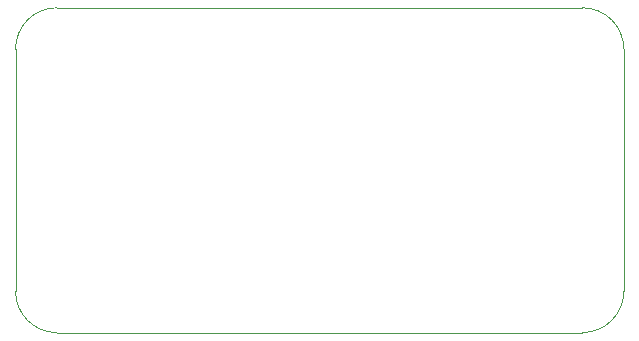
<source format=gm1>
G04 #@! TF.GenerationSoftware,KiCad,Pcbnew,5.1.9+dfsg1-1+deb11u1*
G04 #@! TF.CreationDate,2023-07-30T21:54:34+09:00*
G04 #@! TF.ProjectId,tablet-usb-adapter,7461626c-6574-42d7-9573-622d61646170,rev?*
G04 #@! TF.SameCoordinates,Original*
G04 #@! TF.FileFunction,Profile,NP*
%FSLAX46Y46*%
G04 Gerber Fmt 4.6, Leading zero omitted, Abs format (unit mm)*
G04 Created by KiCad (PCBNEW 5.1.9+dfsg1-1+deb11u1) date 2023-07-30 21:54:34*
%MOMM*%
%LPD*%
G01*
G04 APERTURE LIST*
G04 #@! TA.AperFunction,Profile*
%ADD10C,0.050000*%
G04 #@! TD*
G04 APERTURE END LIST*
D10*
X99500000Y-64000000D02*
X144000000Y-64000000D01*
X96000000Y-88000000D02*
X96000000Y-67500000D01*
X144000000Y-91500000D02*
X99500000Y-91500000D01*
X147500000Y-67500000D02*
X147500000Y-88000000D01*
X144000000Y-64000000D02*
G75*
G02*
X147500000Y-67500000I0J-3500000D01*
G01*
X147500000Y-88000000D02*
G75*
G02*
X144000000Y-91500000I-3500000J0D01*
G01*
X99500000Y-91500000D02*
G75*
G02*
X96000000Y-88000000I0J3500000D01*
G01*
X96000000Y-67500000D02*
G75*
G02*
X99500000Y-64000000I3500000J0D01*
G01*
M02*

</source>
